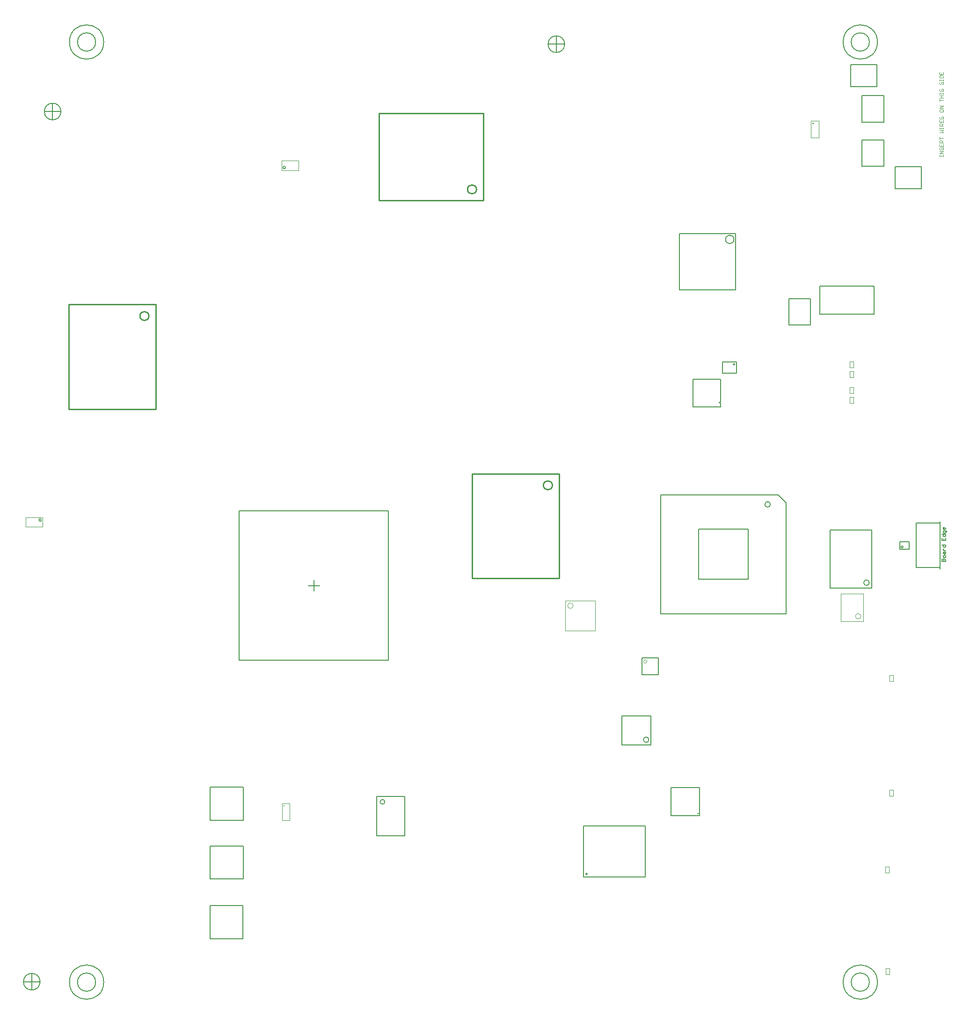
<source format=gm1>
G04*
G04 #@! TF.GenerationSoftware,Altium Limited,Altium Designer,20.1.11 (218)*
G04*
G04 Layer_Color=7058166*
%FSLAX24Y24*%
%MOIN*%
G70*
G04*
G04 #@! TF.SameCoordinates,C20E3654-7A5B-4E15-AF0D-48D46733EB80*
G04*
G04*
G04 #@! TF.FilePolarity,Positive*
G04*
G01*
G75*
%ADD10C,0.0098*%
%ADD11C,0.0079*%
%ADD15C,0.0100*%
%ADD16C,0.0050*%
%ADD17C,0.0060*%
%ADD18C,0.0039*%
%ADD20C,0.0069*%
%ADD236C,0.0040*%
%ADD298C,0.0026*%
D10*
X57666Y63112D02*
G03*
X57666Y63112I-16J0D01*
G01*
X19979Y14520D02*
G03*
X19979Y14520I-16J0D01*
G01*
D11*
X27410Y24887D02*
Y35517D01*
X16780D02*
X27410D01*
X16780Y24887D02*
Y35517D01*
Y24887D02*
X27410D01*
X22095Y29808D02*
Y30596D01*
X21701Y30202D02*
X22489D01*
D15*
X39090Y37336D02*
G03*
X39090Y37336I-320J0D01*
G01*
X10348Y49389D02*
G03*
X10348Y49389I-320J0D01*
G01*
X52055Y45955D02*
G03*
X52055Y45955I-31J0D01*
G01*
X41558Y9668D02*
G03*
X41558Y9668I-39J0D01*
G01*
X49473Y13965D02*
G03*
X49473Y13965I-14J0D01*
G01*
X33682Y58406D02*
G03*
X33682Y58406I-320J0D01*
G01*
X39570Y30711D02*
Y38161D01*
X33370Y30711D02*
X39570D01*
X33370D02*
Y38161D01*
X39570D01*
X10827Y42764D02*
Y50214D01*
X4627Y42764D02*
X10827D01*
X4627D02*
Y50214D01*
X10827D01*
X34187Y57606D02*
Y63806D01*
X26737D02*
X34187D01*
X26737Y57606D02*
Y63806D01*
Y57606D02*
X34187D01*
D16*
X6555Y68898D02*
G03*
X6555Y68898I-650J0D01*
G01*
X7126D02*
G03*
X7126Y68898I-1220J0D01*
G01*
X61673D02*
G03*
X61673Y68898I-650J0D01*
G01*
X62244D02*
G03*
X62244Y68898I-1220J0D01*
G01*
X61673Y1969D02*
G03*
X61673Y1969I-650J0D01*
G01*
X62244D02*
G03*
X62244Y1969I-1220J0D01*
G01*
X6555D02*
G03*
X6555Y1969I-650J0D01*
G01*
X7126D02*
G03*
X7126Y1969I-1220J0D01*
G01*
X61667Y30406D02*
G03*
X61667Y30406I-197J0D01*
G01*
X20070Y59963D02*
G03*
X20070Y59963I-88J0D01*
G01*
X2689Y34870D02*
G03*
X2689Y34870I-88J0D01*
G01*
X54618Y35979D02*
G03*
X54618Y35979I-197J0D01*
G01*
X45956Y19229D02*
G03*
X45956Y19229I-191J0D01*
G01*
X64069Y32948D02*
G03*
X64069Y32948I-72J0D01*
G01*
X4078Y63949D02*
G03*
X4078Y63949I-591J0D01*
G01*
X39962Y68743D02*
G03*
X39962Y68743I-591J0D01*
G01*
X2591Y2000D02*
G03*
X2591Y2000I-591J0D01*
G01*
X27150Y14805D02*
G03*
X27150Y14805I-167J0D01*
G01*
X62213Y65734D02*
Y67285D01*
X60343Y65734D02*
Y67285D01*
Y65734D02*
X62213D01*
X60343Y67285D02*
X62213D01*
X61142Y60061D02*
Y61931D01*
X62693Y60061D02*
Y61931D01*
X61142Y60061D02*
X62693D01*
X61142Y61931D02*
X62693D01*
X62693Y63203D02*
Y65073D01*
X61142Y63203D02*
Y65073D01*
X62693D01*
X61142Y63203D02*
X62693D01*
X63506Y58455D02*
X65376D01*
X63506Y60006D02*
X65376D01*
Y58455D02*
Y60006D01*
X63506Y58455D02*
Y60006D01*
X61854Y30032D02*
Y34166D01*
X58861D02*
X61854D01*
X58861Y30032D02*
Y34166D01*
Y30032D02*
X61854D01*
X49093Y44901D02*
X51061D01*
X49093Y42933D02*
Y44901D01*
Y42933D02*
X51061D01*
Y43179D01*
X50963Y43228D02*
X51061Y43179D01*
X50963Y43228D02*
X51061Y43277D01*
Y44901D01*
X55935Y50634D02*
X57486D01*
X55935Y48764D02*
X57486D01*
Y50634D01*
X55935Y48764D02*
Y50634D01*
X58149Y49528D02*
X61989D01*
X58149D02*
Y51508D01*
X61989D01*
Y49528D02*
Y51508D01*
X53043Y30664D02*
Y34207D01*
X49500D02*
X53043D01*
X49500Y30664D02*
Y34207D01*
Y30664D02*
X53043D01*
X46791Y36668D02*
X55161Y36668D01*
Y36668D02*
X55752Y36077D01*
Y28203D02*
Y36077D01*
X46791Y28203D02*
Y36668D01*
Y28203D02*
X55752D01*
X14690Y5061D02*
X17053D01*
X14690Y7423D02*
X17053D01*
X14690Y5061D02*
Y7423D01*
X17053Y5061D02*
Y7423D01*
X41294Y9459D02*
Y13081D01*
Y9459D02*
X45704D01*
Y13081D01*
X41294D02*
X45704D01*
X44043Y18855D02*
Y20922D01*
Y18855D02*
X46110D01*
X44043Y20922D02*
X46110D01*
Y18855D02*
Y20922D01*
X47550Y13808D02*
X49577D01*
Y15835D01*
X47550D02*
X49577D01*
X47550Y13808D02*
Y15835D01*
X63843Y32802D02*
X64512D01*
X63843Y33314D02*
X64512D01*
X63843Y32802D02*
Y33314D01*
X64512Y32802D02*
Y33314D01*
X66717Y34662D02*
Y34770D01*
Y31385D02*
Y31493D01*
Y31503D02*
Y34652D01*
Y31493D02*
Y31503D01*
X65008Y31493D02*
X66717D01*
X65008D02*
Y34652D01*
X66717D01*
X3487Y63358D02*
Y64540D01*
X2897Y63949D02*
X4078D01*
X39372Y68152D02*
Y69333D01*
X38781Y68743D02*
X39962D01*
X2000Y1409D02*
Y2591D01*
X1409Y2000D02*
X2591D01*
X45458Y23859D02*
X46639D01*
Y25041D01*
X45458D02*
X46639D01*
X45458Y23859D02*
Y25041D01*
X14718Y13487D02*
Y15849D01*
X17080Y13487D02*
Y15849D01*
X14718Y13487D02*
X17080D01*
X14718Y15849D02*
X17080D01*
X17082Y9308D02*
Y11671D01*
X14720Y9308D02*
Y11671D01*
X17082D01*
X14720Y9308D02*
X17082D01*
X26573Y15182D02*
X28573D01*
X26573Y12382D02*
X28573D01*
Y15182D01*
X26573Y12382D02*
Y15182D01*
X66841Y31936D02*
X67091D01*
Y32061D01*
X67049Y32102D01*
X67007D01*
X66966Y32061D01*
Y31936D01*
Y32061D01*
X66924Y32102D01*
X66882D01*
X66841Y32061D01*
Y31936D01*
X67091Y32227D02*
Y32311D01*
X67049Y32352D01*
X66966D01*
X66924Y32311D01*
Y32227D01*
X66966Y32186D01*
X67049D01*
X67091Y32227D01*
X66924Y32477D02*
Y32561D01*
X66966Y32602D01*
X67091D01*
Y32477D01*
X67049Y32436D01*
X67007Y32477D01*
Y32602D01*
X66924Y32685D02*
X67091D01*
X67007D01*
X66966Y32727D01*
X66924Y32769D01*
Y32810D01*
X66841Y33102D02*
X67091D01*
Y32977D01*
X67049Y32935D01*
X66966D01*
X66924Y32977D01*
Y33102D01*
X66841Y33602D02*
Y33435D01*
X67091D01*
Y33602D01*
X66966Y33435D02*
Y33519D01*
X66841Y33852D02*
X67091D01*
Y33727D01*
X67049Y33685D01*
X66966D01*
X66924Y33727D01*
Y33852D01*
X67174Y34018D02*
Y34060D01*
X67132Y34102D01*
X66924D01*
Y33977D01*
X66966Y33935D01*
X67049D01*
X67091Y33977D01*
Y34102D01*
Y34310D02*
Y34227D01*
X67049Y34185D01*
X66966D01*
X66924Y34227D01*
Y34310D01*
X66966Y34352D01*
X67007D01*
Y34185D01*
D17*
X52201Y45315D02*
Y46123D01*
X51197Y45315D02*
Y46123D01*
X52201D01*
X51197Y45315D02*
X52201D01*
D18*
X40571Y28769D02*
G03*
X40571Y28769I-197J0D01*
G01*
X61070Y28015D02*
G03*
X61070Y28015I-197J0D01*
G01*
X45826Y24790D02*
G03*
X45826Y24790I-118J0D01*
G01*
X40020Y26997D02*
X42146D01*
Y29123D01*
X40020Y26997D02*
Y29123D01*
X42146D01*
X20996Y59766D02*
Y60455D01*
X19795Y59766D02*
Y60455D01*
X20996D01*
X19795Y59766D02*
X20996D01*
X1587Y34378D02*
Y35067D01*
X2788Y34378D02*
Y35067D01*
X1587Y34378D02*
X2788D01*
X1587Y35067D02*
X2788D01*
X57514Y62094D02*
Y63291D01*
X58065Y62094D02*
Y63291D01*
X57514D02*
X58065D01*
X57514Y62094D02*
X58065D01*
X19827Y13501D02*
Y14698D01*
X20378Y13501D02*
Y14698D01*
X19827D02*
X20378D01*
X19827Y13501D02*
X20378D01*
X61227Y27661D02*
Y29629D01*
X59652Y27661D02*
Y29629D01*
Y27661D02*
X61227D01*
X59652Y29629D02*
X61227D01*
X45458Y23859D02*
Y25041D01*
X46639D01*
Y23859D02*
Y25041D01*
X45458Y23859D02*
X46639D01*
D20*
X52024Y54845D02*
G03*
X52024Y54845I-300J0D01*
G01*
X48124Y51245D02*
X52124D01*
X48124D02*
Y55245D01*
X52124D01*
Y51245D02*
Y55245D01*
D236*
X66678Y60762D02*
Y60845D01*
Y60803D01*
X66928D01*
Y60762D01*
Y60845D01*
Y60970D02*
X66678D01*
X66928Y61136D01*
X66678D01*
X66720Y61386D02*
X66678Y61345D01*
Y61261D01*
X66720Y61220D01*
X66761D01*
X66803Y61261D01*
Y61345D01*
X66845Y61386D01*
X66886D01*
X66928Y61345D01*
Y61261D01*
X66886Y61220D01*
X66678Y61636D02*
Y61470D01*
X66928D01*
Y61636D01*
X66803Y61470D02*
Y61553D01*
X66928Y61720D02*
X66678D01*
Y61845D01*
X66720Y61886D01*
X66803D01*
X66845Y61845D01*
Y61720D01*
Y61803D02*
X66928Y61886D01*
X66678Y61969D02*
Y62136D01*
Y62053D01*
X66928D01*
X66678Y62469D02*
X66928D01*
X66845Y62553D01*
X66928Y62636D01*
X66678D01*
Y62719D02*
Y62803D01*
Y62761D01*
X66928D01*
Y62719D01*
Y62803D01*
Y62927D02*
X66678D01*
Y63052D01*
X66720Y63094D01*
X66803D01*
X66845Y63052D01*
Y62927D01*
Y63011D02*
X66928Y63094D01*
X66678Y63344D02*
Y63177D01*
X66928D01*
Y63344D01*
X66803Y63177D02*
Y63261D01*
X66720Y63594D02*
X66678Y63552D01*
Y63469D01*
X66720Y63427D01*
X66761D01*
X66803Y63469D01*
Y63552D01*
X66845Y63594D01*
X66886D01*
X66928Y63552D01*
Y63469D01*
X66886Y63427D01*
X66678Y64052D02*
Y63969D01*
X66720Y63927D01*
X66886D01*
X66928Y63969D01*
Y64052D01*
X66886Y64094D01*
X66720D01*
X66678Y64052D01*
X66928Y64177D02*
X66678D01*
X66928Y64344D01*
X66678D01*
Y64677D02*
Y64844D01*
Y64760D01*
X66928D01*
X66678Y64927D02*
X66928D01*
X66803D01*
Y65093D01*
X66678D01*
X66928D01*
X66678Y65177D02*
Y65260D01*
Y65218D01*
X66928D01*
Y65177D01*
Y65260D01*
X66720Y65552D02*
X66678Y65510D01*
Y65427D01*
X66720Y65385D01*
X66761D01*
X66803Y65427D01*
Y65510D01*
X66845Y65552D01*
X66886D01*
X66928Y65510D01*
Y65427D01*
X66886Y65385D01*
X66720Y66051D02*
X66678Y66010D01*
Y65927D01*
X66720Y65885D01*
X66761D01*
X66803Y65927D01*
Y66010D01*
X66845Y66051D01*
X66886D01*
X66928Y66010D01*
Y65927D01*
X66886Y65885D01*
X66678Y66135D02*
Y66218D01*
Y66176D01*
X66928D01*
Y66135D01*
Y66218D01*
X66678Y66343D02*
X66928D01*
Y66468D01*
X66886Y66510D01*
X66720D01*
X66678Y66468D01*
Y66343D01*
Y66760D02*
Y66593D01*
X66928D01*
Y66760D01*
X66803Y66593D02*
Y66676D01*
D298*
X63114Y2526D02*
Y2959D01*
X62838Y2526D02*
Y2959D01*
X63114D01*
X62838Y2526D02*
X63114D01*
X62805Y10179D02*
X63081D01*
X62805Y9746D02*
X63081D01*
Y10179D01*
X62805Y9746D02*
Y10179D01*
X60553Y43176D02*
Y43609D01*
X60277Y43176D02*
Y43609D01*
X60553D01*
X60277Y43176D02*
X60553D01*
X60277Y43873D02*
Y44306D01*
X60553Y43873D02*
Y44306D01*
X60277Y43873D02*
X60553D01*
X60277Y44306D02*
X60553D01*
X60272Y45019D02*
X60548D01*
X60272Y45452D02*
X60548D01*
X60272Y45019D02*
Y45452D01*
X60548Y45019D02*
Y45452D01*
X60272Y46149D02*
X60548D01*
X60272Y45716D02*
X60548D01*
Y46149D01*
X60272Y45716D02*
Y46149D01*
X63098Y23809D02*
X63374D01*
X63098Y23376D02*
X63374D01*
Y23809D01*
X63098Y23376D02*
Y23809D01*
X63098Y15213D02*
X63374D01*
X63098Y15646D02*
X63374D01*
X63098Y15213D02*
Y15646D01*
X63374Y15213D02*
Y15646D01*
M02*

</source>
